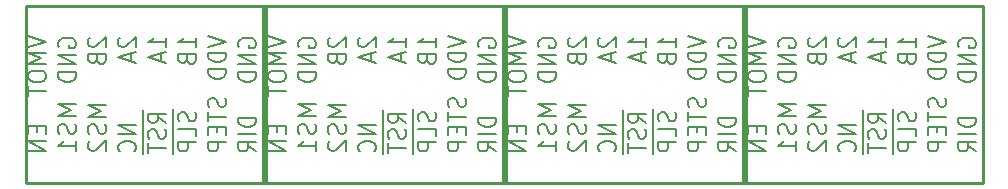
<source format=gbo>
G75*
G70*
%OFA0B0*%
%FSLAX25Y25*%
%IPPOS*%
%LPD*%
%AMOC8*
5,1,8,0,0,1.08239X$1,22.5*
%
%ADD14C,0.00600*%
%ADD20C,0.01000*%
%ADD26C,0.00590*%
X0010000Y0010000D02*
G01*
D14*
D26*
X0081760Y0055800D02*
X0081480Y0056330D01*
X0081480Y0057110D01*
X0081760Y0057900D01*
X0082320Y0058430D01*
X0082880Y0058690D01*
X0084010Y0058950D01*
X0084850Y0058950D01*
X0085980Y0058690D01*
X0086540Y0058430D01*
X0087110Y0057900D01*
X0087390Y0057110D01*
X0087390Y0056590D01*
X0087110Y0055800D01*
X0086820Y0055540D01*
X0084850Y0055540D01*
X0084850Y0056590D01*
X0087390Y0053180D02*
X0081480Y0053180D01*
X0087390Y0050030D01*
X0081480Y0050030D01*
X0087390Y0047410D02*
X0081480Y0047410D01*
X0081480Y0046100D01*
X0081760Y0045310D01*
X0082320Y0044780D01*
X0082880Y0044520D01*
X0084010Y0044260D01*
X0084850Y0044260D01*
X0085980Y0044520D01*
X0086540Y0044780D01*
X0087110Y0045310D01*
X0087390Y0046100D01*
X0087390Y0047410D01*
X0071480Y0059480D02*
X0077390Y0057640D01*
X0071480Y0055800D01*
X0077390Y0053970D02*
X0071480Y0053970D01*
X0071480Y0052660D01*
X0071760Y0051870D01*
X0072320Y0051340D01*
X0072880Y0051080D01*
X0074010Y0050820D01*
X0074850Y0050820D01*
X0075980Y0051080D01*
X0076540Y0051340D01*
X0077110Y0051870D01*
X0077390Y0052660D01*
X0077390Y0053970D01*
X0077390Y0048460D02*
X0071480Y0048460D01*
X0071480Y0047150D01*
X0071760Y0046360D01*
X0072320Y0045830D01*
X0072880Y0045570D01*
X0074010Y0045310D01*
X0074850Y0045310D01*
X0075980Y0045570D01*
X0076540Y0045830D01*
X0077110Y0046360D01*
X0077390Y0047150D01*
X0077390Y0048460D01*
X0011480Y0059480D02*
X0017390Y0057640D01*
X0011480Y0055800D01*
X0017390Y0053970D02*
X0011480Y0053970D01*
X0015700Y0052130D01*
X0011480Y0050290D01*
X0017390Y0050290D01*
X0011480Y0046620D02*
X0011480Y0045570D01*
X0011760Y0045040D01*
X0012320Y0044520D01*
X0013450Y0044260D01*
X0015420Y0044260D01*
X0016540Y0044520D01*
X0017110Y0045040D01*
X0017390Y0045570D01*
X0017390Y0046620D01*
X0017110Y0047140D01*
X0016540Y0047670D01*
X0015420Y0047930D01*
X0013450Y0047930D01*
X0012320Y0047670D01*
X0011760Y0047140D01*
X0011480Y0046620D01*
X0011480Y0042690D02*
X0011480Y0039540D01*
X0017390Y0041110D02*
X0011480Y0041110D01*
X0021760Y0055800D02*
X0021480Y0056330D01*
X0021480Y0057110D01*
X0021760Y0057900D01*
X0022320Y0058430D01*
X0022880Y0058690D01*
X0024010Y0058950D01*
X0024850Y0058950D01*
X0025980Y0058690D01*
X0026540Y0058430D01*
X0027110Y0057900D01*
X0027390Y0057110D01*
X0027390Y0056590D01*
X0027110Y0055800D01*
X0026820Y0055540D01*
X0024850Y0055540D01*
X0024850Y0056590D01*
X0027390Y0053180D02*
X0021480Y0053180D01*
X0027390Y0050030D01*
X0021480Y0050030D01*
X0027390Y0047410D02*
X0021480Y0047410D01*
X0021480Y0046100D01*
X0021760Y0045310D01*
X0022320Y0044780D01*
X0022880Y0044520D01*
X0024010Y0044260D01*
X0024850Y0044260D01*
X0025980Y0044520D01*
X0026540Y0044780D01*
X0027110Y0045310D01*
X0027390Y0046100D01*
X0027390Y0047410D01*
X0032040Y0058950D02*
X0031760Y0058690D01*
X0031480Y0058160D01*
X0031480Y0056850D01*
X0031760Y0056330D01*
X0032040Y0056060D01*
X0032600Y0055800D01*
X0033170Y0055800D01*
X0034010Y0056060D01*
X0037390Y0059210D01*
X0037390Y0055800D01*
X0034290Y0051600D02*
X0034570Y0050810D01*
X0034850Y0050550D01*
X0035420Y0050290D01*
X0036260Y0050290D01*
X0036820Y0050550D01*
X0037110Y0050810D01*
X0037390Y0051340D01*
X0037390Y0053440D01*
X0031480Y0053440D01*
X0031480Y0051600D01*
X0031760Y0051080D01*
X0032040Y0050810D01*
X0032600Y0050550D01*
X0033170Y0050550D01*
X0033730Y0050810D01*
X0034010Y0051080D01*
X0034290Y0051600D01*
X0034290Y0053440D01*
X0067390Y0055800D02*
X0067390Y0058950D01*
X0067390Y0057380D02*
X0061480Y0057380D01*
X0062320Y0057900D01*
X0062880Y0058430D01*
X0063170Y0058950D01*
X0064290Y0051600D02*
X0064570Y0050810D01*
X0064850Y0050550D01*
X0065420Y0050290D01*
X0066260Y0050290D01*
X0066820Y0050550D01*
X0067110Y0050810D01*
X0067390Y0051340D01*
X0067390Y0053440D01*
X0061480Y0053440D01*
X0061480Y0051600D01*
X0061760Y0051080D01*
X0062040Y0050810D01*
X0062600Y0050550D01*
X0063170Y0050550D01*
X0063730Y0050810D01*
X0064010Y0051080D01*
X0064290Y0051600D01*
X0064290Y0053440D01*
X0057390Y0055800D02*
X0057390Y0058950D01*
X0057390Y0057380D02*
X0051480Y0057380D01*
X0052320Y0057900D01*
X0052880Y0058430D01*
X0053170Y0058950D01*
X0055700Y0053700D02*
X0055700Y0051080D01*
X0057390Y0054230D02*
X0051480Y0052390D01*
X0057390Y0050550D01*
X0042040Y0058950D02*
X0041760Y0058690D01*
X0041480Y0058160D01*
X0041480Y0056850D01*
X0041760Y0056330D01*
X0042040Y0056060D01*
X0042600Y0055800D01*
X0043170Y0055800D01*
X0044010Y0056060D01*
X0047390Y0059210D01*
X0047390Y0055800D01*
X0045700Y0053700D02*
X0045700Y0051080D01*
X0047390Y0054230D02*
X0041480Y0052390D01*
X0047390Y0050550D01*
X0087390Y0032330D02*
X0081480Y0032330D01*
X0081480Y0031020D01*
X0081760Y0030230D01*
X0082320Y0029700D01*
X0082880Y0029440D01*
X0084010Y0029180D01*
X0084850Y0029180D01*
X0085980Y0029440D01*
X0086540Y0029700D01*
X0087110Y0030230D01*
X0087390Y0031020D01*
X0087390Y0032330D01*
X0087390Y0026820D02*
X0081480Y0026820D01*
X0087390Y0021050D02*
X0084570Y0022890D01*
X0087390Y0024200D02*
X0081480Y0024200D01*
X0081480Y0022100D01*
X0081760Y0021570D01*
X0082040Y0021310D01*
X0082600Y0021050D01*
X0083450Y0021050D01*
X0084010Y0021310D01*
X0084290Y0021570D01*
X0084570Y0022100D01*
X0084570Y0024200D01*
X0077110Y0038900D02*
X0077390Y0038110D01*
X0077390Y0036800D01*
X0077110Y0036280D01*
X0076820Y0036010D01*
X0076260Y0035750D01*
X0075700Y0035750D01*
X0075140Y0036010D01*
X0074850Y0036280D01*
X0074570Y0036800D01*
X0074290Y0037850D01*
X0074010Y0038380D01*
X0073730Y0038640D01*
X0073170Y0038900D01*
X0072600Y0038900D01*
X0072040Y0038640D01*
X0071760Y0038380D01*
X0071480Y0037850D01*
X0071480Y0036540D01*
X0071760Y0035750D01*
X0071480Y0034180D02*
X0071480Y0031030D01*
X0077390Y0032600D02*
X0071480Y0032600D01*
X0074290Y0029190D02*
X0074290Y0027350D01*
X0077390Y0026560D02*
X0077390Y0029190D01*
X0071480Y0029190D01*
X0071480Y0026560D01*
X0077390Y0024200D02*
X0071480Y0024200D01*
X0071480Y0022100D01*
X0071760Y0021570D01*
X0072040Y0021310D01*
X0072600Y0021050D01*
X0073450Y0021050D01*
X0074010Y0021310D01*
X0074290Y0021570D01*
X0074570Y0022100D01*
X0074570Y0024200D01*
X0067110Y0034170D02*
X0067390Y0033380D01*
X0067390Y0032070D01*
X0067110Y0031550D01*
X0066820Y0031280D01*
X0066260Y0031020D01*
X0065700Y0031020D01*
X0065140Y0031280D01*
X0064850Y0031550D01*
X0064570Y0032070D01*
X0064290Y0033120D01*
X0064010Y0033650D01*
X0063730Y0033910D01*
X0063170Y0034170D01*
X0062600Y0034170D01*
X0062040Y0033910D01*
X0061760Y0033650D01*
X0061480Y0033120D01*
X0061480Y0031810D01*
X0061760Y0031020D01*
X0067390Y0026030D02*
X0067390Y0028660D01*
X0061480Y0028660D01*
X0067390Y0024200D02*
X0061480Y0024200D01*
X0061480Y0022100D01*
X0061760Y0021570D01*
X0062040Y0021310D01*
X0062600Y0021050D01*
X0063450Y0021050D01*
X0064010Y0021310D01*
X0064290Y0021570D01*
X0064570Y0022100D01*
X0064570Y0024200D01*
X0059750Y0035220D02*
X0059750Y0020000D01*
X0057390Y0030500D02*
X0054570Y0032340D01*
X0057390Y0033650D02*
X0051480Y0033650D01*
X0051480Y0031550D01*
X0051760Y0031020D01*
X0052040Y0030760D01*
X0052600Y0030500D01*
X0053450Y0030500D01*
X0054010Y0030760D01*
X0054290Y0031020D01*
X0054570Y0031550D01*
X0054570Y0033650D01*
X0057110Y0028400D02*
X0057390Y0027610D01*
X0057390Y0026300D01*
X0057110Y0025780D01*
X0056820Y0025510D01*
X0056260Y0025250D01*
X0055700Y0025250D01*
X0055140Y0025510D01*
X0054850Y0025780D01*
X0054570Y0026300D01*
X0054290Y0027350D01*
X0054010Y0027880D01*
X0053730Y0028140D01*
X0053170Y0028400D01*
X0052600Y0028400D01*
X0052040Y0028140D01*
X0051760Y0027880D01*
X0051480Y0027350D01*
X0051480Y0026040D01*
X0051760Y0025250D01*
X0051480Y0023680D02*
X0051480Y0020530D01*
X0057390Y0022100D02*
X0051480Y0022100D01*
X0049750Y0034960D02*
X0049750Y0020000D01*
X0014290Y0029450D02*
X0014290Y0027610D01*
X0017390Y0026820D02*
X0017390Y0029450D01*
X0011480Y0029450D01*
X0011480Y0026820D01*
X0017390Y0024460D02*
X0011480Y0024460D01*
X0017390Y0021310D01*
X0011480Y0021310D01*
X0037390Y0036600D02*
X0031480Y0036600D01*
X0035700Y0034630D01*
X0031480Y0032660D01*
X0037390Y0032660D01*
X0037110Y0030130D02*
X0037390Y0029290D01*
X0037390Y0027880D01*
X0037110Y0027320D01*
X0036820Y0027040D01*
X0036260Y0026760D01*
X0035700Y0026760D01*
X0035140Y0027040D01*
X0034850Y0027320D01*
X0034570Y0027880D01*
X0034290Y0029010D01*
X0034010Y0029570D01*
X0033730Y0029850D01*
X0033170Y0030130D01*
X0032600Y0030130D01*
X0032040Y0029850D01*
X0031760Y0029570D01*
X0031480Y0029010D01*
X0031480Y0027600D01*
X0031760Y0026760D01*
X0032040Y0024500D02*
X0031760Y0024220D01*
X0031480Y0023660D01*
X0031480Y0022250D01*
X0031760Y0021690D01*
X0032040Y0021410D01*
X0032600Y0021130D01*
X0033170Y0021130D01*
X0034010Y0021410D01*
X0037390Y0024790D01*
X0037390Y0021130D01*
X0027390Y0036850D02*
X0021480Y0036850D01*
X0025700Y0034850D01*
X0021480Y0032850D01*
X0027390Y0032850D01*
X0027110Y0030280D02*
X0027390Y0029420D01*
X0027390Y0027990D01*
X0027110Y0027420D01*
X0026820Y0027130D01*
X0026260Y0026850D01*
X0025700Y0026850D01*
X0025140Y0027130D01*
X0024850Y0027420D01*
X0024570Y0027990D01*
X0024290Y0029130D01*
X0024010Y0029710D01*
X0023730Y0029990D01*
X0023170Y0030280D01*
X0022600Y0030280D01*
X0022040Y0029990D01*
X0021760Y0029710D01*
X0021480Y0029130D01*
X0021480Y0027710D01*
X0021760Y0026850D01*
X0027390Y0021140D02*
X0027390Y0024570D01*
X0027390Y0022850D02*
X0021480Y0022850D01*
X0022320Y0023420D01*
X0022880Y0024000D01*
X0023170Y0024570D01*
X0047390Y0029970D02*
X0041480Y0029970D01*
X0047390Y0026820D01*
X0041480Y0026820D01*
X0046820Y0021050D02*
X0047110Y0021310D01*
X0047390Y0022100D01*
X0047390Y0022620D01*
X0047110Y0023410D01*
X0046540Y0023940D01*
X0045980Y0024200D01*
X0044850Y0024460D01*
X0044010Y0024460D01*
X0042880Y0024200D01*
X0042320Y0023940D01*
X0041760Y0023410D01*
X0041480Y0022620D01*
X0041480Y0022100D01*
X0041760Y0021310D01*
X0042040Y0021050D01*
D20*
X0010500Y0010500D02*
X0010500Y0069500D01*
X0010500Y0069500D02*
X0090500Y0069500D01*
X0090500Y0069500D02*
X0090500Y0010500D01*
X0010500Y0010500D01*
X0090000Y0010000D02*
G01*
D14*
D26*
X0161760Y0055800D02*
X0161480Y0056330D01*
X0161480Y0057110D01*
X0161760Y0057900D01*
X0162320Y0058430D01*
X0162880Y0058690D01*
X0164010Y0058950D01*
X0164850Y0058950D01*
X0165980Y0058690D01*
X0166540Y0058430D01*
X0167110Y0057900D01*
X0167390Y0057110D01*
X0167390Y0056590D01*
X0167110Y0055800D01*
X0166820Y0055540D01*
X0164850Y0055540D01*
X0164850Y0056590D01*
X0167390Y0053180D02*
X0161480Y0053180D01*
X0167390Y0050030D01*
X0161480Y0050030D01*
X0167390Y0047410D02*
X0161480Y0047410D01*
X0161480Y0046100D01*
X0161760Y0045310D01*
X0162320Y0044780D01*
X0162880Y0044520D01*
X0164010Y0044260D01*
X0164850Y0044260D01*
X0165980Y0044520D01*
X0166540Y0044780D01*
X0167110Y0045310D01*
X0167390Y0046100D01*
X0167390Y0047410D01*
X0151480Y0059480D02*
X0157390Y0057640D01*
X0151480Y0055800D01*
X0157390Y0053970D02*
X0151480Y0053970D01*
X0151480Y0052660D01*
X0151760Y0051870D01*
X0152320Y0051340D01*
X0152880Y0051080D01*
X0154010Y0050820D01*
X0154850Y0050820D01*
X0155980Y0051080D01*
X0156540Y0051340D01*
X0157110Y0051870D01*
X0157390Y0052660D01*
X0157390Y0053970D01*
X0157390Y0048460D02*
X0151480Y0048460D01*
X0151480Y0047150D01*
X0151760Y0046360D01*
X0152320Y0045830D01*
X0152880Y0045570D01*
X0154010Y0045310D01*
X0154850Y0045310D01*
X0155980Y0045570D01*
X0156540Y0045830D01*
X0157110Y0046360D01*
X0157390Y0047150D01*
X0157390Y0048460D01*
X0091480Y0059480D02*
X0097390Y0057640D01*
X0091480Y0055800D01*
X0097390Y0053970D02*
X0091480Y0053970D01*
X0095700Y0052130D01*
X0091480Y0050290D01*
X0097390Y0050290D01*
X0091480Y0046620D02*
X0091480Y0045570D01*
X0091760Y0045040D01*
X0092320Y0044520D01*
X0093450Y0044260D01*
X0095420Y0044260D01*
X0096540Y0044520D01*
X0097110Y0045040D01*
X0097390Y0045570D01*
X0097390Y0046620D01*
X0097110Y0047140D01*
X0096540Y0047670D01*
X0095420Y0047930D01*
X0093450Y0047930D01*
X0092320Y0047670D01*
X0091760Y0047140D01*
X0091480Y0046620D01*
X0091480Y0042690D02*
X0091480Y0039540D01*
X0097390Y0041110D02*
X0091480Y0041110D01*
X0101760Y0055800D02*
X0101480Y0056330D01*
X0101480Y0057110D01*
X0101760Y0057900D01*
X0102320Y0058430D01*
X0102880Y0058690D01*
X0104010Y0058950D01*
X0104850Y0058950D01*
X0105980Y0058690D01*
X0106540Y0058430D01*
X0107110Y0057900D01*
X0107390Y0057110D01*
X0107390Y0056590D01*
X0107110Y0055800D01*
X0106820Y0055540D01*
X0104850Y0055540D01*
X0104850Y0056590D01*
X0107390Y0053180D02*
X0101480Y0053180D01*
X0107390Y0050030D01*
X0101480Y0050030D01*
X0107390Y0047410D02*
X0101480Y0047410D01*
X0101480Y0046100D01*
X0101760Y0045310D01*
X0102320Y0044780D01*
X0102880Y0044520D01*
X0104010Y0044260D01*
X0104850Y0044260D01*
X0105980Y0044520D01*
X0106540Y0044780D01*
X0107110Y0045310D01*
X0107390Y0046100D01*
X0107390Y0047410D01*
X0112040Y0058950D02*
X0111760Y0058690D01*
X0111480Y0058160D01*
X0111480Y0056850D01*
X0111760Y0056330D01*
X0112040Y0056060D01*
X0112600Y0055800D01*
X0113170Y0055800D01*
X0114010Y0056060D01*
X0117390Y0059210D01*
X0117390Y0055800D01*
X0114290Y0051600D02*
X0114570Y0050810D01*
X0114850Y0050550D01*
X0115420Y0050290D01*
X0116260Y0050290D01*
X0116820Y0050550D01*
X0117110Y0050810D01*
X0117390Y0051340D01*
X0117390Y0053440D01*
X0111480Y0053440D01*
X0111480Y0051600D01*
X0111760Y0051080D01*
X0112040Y0050810D01*
X0112600Y0050550D01*
X0113170Y0050550D01*
X0113730Y0050810D01*
X0114010Y0051080D01*
X0114290Y0051600D01*
X0114290Y0053440D01*
X0147390Y0055800D02*
X0147390Y0058950D01*
X0147390Y0057380D02*
X0141480Y0057380D01*
X0142320Y0057900D01*
X0142880Y0058430D01*
X0143170Y0058950D01*
X0144290Y0051600D02*
X0144570Y0050810D01*
X0144850Y0050550D01*
X0145420Y0050290D01*
X0146260Y0050290D01*
X0146820Y0050550D01*
X0147110Y0050810D01*
X0147390Y0051340D01*
X0147390Y0053440D01*
X0141480Y0053440D01*
X0141480Y0051600D01*
X0141760Y0051080D01*
X0142040Y0050810D01*
X0142600Y0050550D01*
X0143170Y0050550D01*
X0143730Y0050810D01*
X0144010Y0051080D01*
X0144290Y0051600D01*
X0144290Y0053440D01*
X0137390Y0055800D02*
X0137390Y0058950D01*
X0137390Y0057380D02*
X0131480Y0057380D01*
X0132320Y0057900D01*
X0132880Y0058430D01*
X0133170Y0058950D01*
X0135700Y0053700D02*
X0135700Y0051080D01*
X0137390Y0054230D02*
X0131480Y0052390D01*
X0137390Y0050550D01*
X0122040Y0058950D02*
X0121760Y0058690D01*
X0121480Y0058160D01*
X0121480Y0056850D01*
X0121760Y0056330D01*
X0122040Y0056060D01*
X0122600Y0055800D01*
X0123170Y0055800D01*
X0124010Y0056060D01*
X0127390Y0059210D01*
X0127390Y0055800D01*
X0125700Y0053700D02*
X0125700Y0051080D01*
X0127390Y0054230D02*
X0121480Y0052390D01*
X0127390Y0050550D01*
X0167390Y0032330D02*
X0161480Y0032330D01*
X0161480Y0031020D01*
X0161760Y0030230D01*
X0162320Y0029700D01*
X0162880Y0029440D01*
X0164010Y0029180D01*
X0164850Y0029180D01*
X0165980Y0029440D01*
X0166540Y0029700D01*
X0167110Y0030230D01*
X0167390Y0031020D01*
X0167390Y0032330D01*
X0167390Y0026820D02*
X0161480Y0026820D01*
X0167390Y0021050D02*
X0164570Y0022890D01*
X0167390Y0024200D02*
X0161480Y0024200D01*
X0161480Y0022100D01*
X0161760Y0021570D01*
X0162040Y0021310D01*
X0162600Y0021050D01*
X0163450Y0021050D01*
X0164010Y0021310D01*
X0164290Y0021570D01*
X0164570Y0022100D01*
X0164570Y0024200D01*
X0157110Y0038900D02*
X0157390Y0038110D01*
X0157390Y0036800D01*
X0157110Y0036280D01*
X0156820Y0036010D01*
X0156260Y0035750D01*
X0155700Y0035750D01*
X0155140Y0036010D01*
X0154850Y0036280D01*
X0154570Y0036800D01*
X0154290Y0037850D01*
X0154010Y0038380D01*
X0153730Y0038640D01*
X0153170Y0038900D01*
X0152600Y0038900D01*
X0152040Y0038640D01*
X0151760Y0038380D01*
X0151480Y0037850D01*
X0151480Y0036540D01*
X0151760Y0035750D01*
X0151480Y0034180D02*
X0151480Y0031030D01*
X0157390Y0032600D02*
X0151480Y0032600D01*
X0154290Y0029190D02*
X0154290Y0027350D01*
X0157390Y0026560D02*
X0157390Y0029190D01*
X0151480Y0029190D01*
X0151480Y0026560D01*
X0157390Y0024200D02*
X0151480Y0024200D01*
X0151480Y0022100D01*
X0151760Y0021570D01*
X0152040Y0021310D01*
X0152600Y0021050D01*
X0153450Y0021050D01*
X0154010Y0021310D01*
X0154290Y0021570D01*
X0154570Y0022100D01*
X0154570Y0024200D01*
X0147110Y0034170D02*
X0147390Y0033380D01*
X0147390Y0032070D01*
X0147110Y0031550D01*
X0146820Y0031280D01*
X0146260Y0031020D01*
X0145700Y0031020D01*
X0145140Y0031280D01*
X0144850Y0031550D01*
X0144570Y0032070D01*
X0144290Y0033120D01*
X0144010Y0033650D01*
X0143730Y0033910D01*
X0143170Y0034170D01*
X0142600Y0034170D01*
X0142040Y0033910D01*
X0141760Y0033650D01*
X0141480Y0033120D01*
X0141480Y0031810D01*
X0141760Y0031020D01*
X0147390Y0026030D02*
X0147390Y0028660D01*
X0141480Y0028660D01*
X0147390Y0024200D02*
X0141480Y0024200D01*
X0141480Y0022100D01*
X0141760Y0021570D01*
X0142040Y0021310D01*
X0142600Y0021050D01*
X0143450Y0021050D01*
X0144010Y0021310D01*
X0144290Y0021570D01*
X0144570Y0022100D01*
X0144570Y0024200D01*
X0139750Y0035220D02*
X0139750Y0020000D01*
X0137390Y0030500D02*
X0134570Y0032340D01*
X0137390Y0033650D02*
X0131480Y0033650D01*
X0131480Y0031550D01*
X0131760Y0031020D01*
X0132040Y0030760D01*
X0132600Y0030500D01*
X0133450Y0030500D01*
X0134010Y0030760D01*
X0134290Y0031020D01*
X0134570Y0031550D01*
X0134570Y0033650D01*
X0137110Y0028400D02*
X0137390Y0027610D01*
X0137390Y0026300D01*
X0137110Y0025780D01*
X0136820Y0025510D01*
X0136260Y0025250D01*
X0135700Y0025250D01*
X0135140Y0025510D01*
X0134850Y0025780D01*
X0134570Y0026300D01*
X0134290Y0027350D01*
X0134010Y0027880D01*
X0133730Y0028140D01*
X0133170Y0028400D01*
X0132600Y0028400D01*
X0132040Y0028140D01*
X0131760Y0027880D01*
X0131480Y0027350D01*
X0131480Y0026040D01*
X0131760Y0025250D01*
X0131480Y0023680D02*
X0131480Y0020530D01*
X0137390Y0022100D02*
X0131480Y0022100D01*
X0129750Y0034960D02*
X0129750Y0020000D01*
X0094290Y0029450D02*
X0094290Y0027610D01*
X0097390Y0026820D02*
X0097390Y0029450D01*
X0091480Y0029450D01*
X0091480Y0026820D01*
X0097390Y0024460D02*
X0091480Y0024460D01*
X0097390Y0021310D01*
X0091480Y0021310D01*
X0117390Y0036600D02*
X0111480Y0036600D01*
X0115700Y0034630D01*
X0111480Y0032660D01*
X0117390Y0032660D01*
X0117110Y0030130D02*
X0117390Y0029290D01*
X0117390Y0027880D01*
X0117110Y0027320D01*
X0116820Y0027040D01*
X0116260Y0026760D01*
X0115700Y0026760D01*
X0115140Y0027040D01*
X0114850Y0027320D01*
X0114570Y0027880D01*
X0114290Y0029010D01*
X0114010Y0029570D01*
X0113730Y0029850D01*
X0113170Y0030130D01*
X0112600Y0030130D01*
X0112040Y0029850D01*
X0111760Y0029570D01*
X0111480Y0029010D01*
X0111480Y0027600D01*
X0111760Y0026760D01*
X0112040Y0024500D02*
X0111760Y0024220D01*
X0111480Y0023660D01*
X0111480Y0022250D01*
X0111760Y0021690D01*
X0112040Y0021410D01*
X0112600Y0021130D01*
X0113170Y0021130D01*
X0114010Y0021410D01*
X0117390Y0024790D01*
X0117390Y0021130D01*
X0107390Y0036850D02*
X0101480Y0036850D01*
X0105700Y0034850D01*
X0101480Y0032850D01*
X0107390Y0032850D01*
X0107110Y0030280D02*
X0107390Y0029420D01*
X0107390Y0027990D01*
X0107110Y0027420D01*
X0106820Y0027130D01*
X0106260Y0026850D01*
X0105700Y0026850D01*
X0105140Y0027130D01*
X0104850Y0027420D01*
X0104570Y0027990D01*
X0104290Y0029130D01*
X0104010Y0029710D01*
X0103730Y0029990D01*
X0103170Y0030280D01*
X0102600Y0030280D01*
X0102040Y0029990D01*
X0101760Y0029710D01*
X0101480Y0029130D01*
X0101480Y0027710D01*
X0101760Y0026850D01*
X0107390Y0021140D02*
X0107390Y0024570D01*
X0107390Y0022850D02*
X0101480Y0022850D01*
X0102320Y0023420D01*
X0102880Y0024000D01*
X0103170Y0024570D01*
X0127390Y0029970D02*
X0121480Y0029970D01*
X0127390Y0026820D01*
X0121480Y0026820D01*
X0126820Y0021050D02*
X0127110Y0021310D01*
X0127390Y0022100D01*
X0127390Y0022620D01*
X0127110Y0023410D01*
X0126540Y0023940D01*
X0125980Y0024200D01*
X0124850Y0024460D01*
X0124010Y0024460D01*
X0122880Y0024200D01*
X0122320Y0023940D01*
X0121760Y0023410D01*
X0121480Y0022620D01*
X0121480Y0022100D01*
X0121760Y0021310D01*
X0122040Y0021050D01*
D20*
X0089500Y0010500D02*
X0089500Y0069500D01*
X0170500Y0069500D01*
X0170500Y0069500D02*
X0170500Y0010500D01*
X0089500Y0010500D01*
X0170000Y0010000D02*
G01*
D14*
D26*
X0241760Y0055800D02*
X0241480Y0056330D01*
X0241480Y0057110D01*
X0241760Y0057900D01*
X0242320Y0058430D01*
X0242880Y0058690D01*
X0244010Y0058950D01*
X0244850Y0058950D01*
X0245980Y0058690D01*
X0246540Y0058430D01*
X0247110Y0057900D01*
X0247390Y0057110D01*
X0247390Y0056590D01*
X0247110Y0055800D01*
X0246820Y0055540D01*
X0244850Y0055540D01*
X0244850Y0056590D01*
X0247390Y0053180D02*
X0241480Y0053180D01*
X0247390Y0050030D01*
X0241480Y0050030D01*
X0247390Y0047410D02*
X0241480Y0047410D01*
X0241480Y0046100D01*
X0241760Y0045310D01*
X0242320Y0044780D01*
X0242880Y0044520D01*
X0244010Y0044260D01*
X0244850Y0044260D01*
X0245980Y0044520D01*
X0246540Y0044780D01*
X0247110Y0045310D01*
X0247390Y0046100D01*
X0247390Y0047410D01*
X0231480Y0059480D02*
X0237390Y0057640D01*
X0231480Y0055800D01*
X0237390Y0053970D02*
X0231480Y0053970D01*
X0231480Y0052660D01*
X0231760Y0051870D01*
X0232320Y0051340D01*
X0232880Y0051080D01*
X0234010Y0050820D01*
X0234850Y0050820D01*
X0235980Y0051080D01*
X0236540Y0051340D01*
X0237110Y0051870D01*
X0237390Y0052660D01*
X0237390Y0053970D01*
X0237390Y0048460D02*
X0231480Y0048460D01*
X0231480Y0047150D01*
X0231760Y0046360D01*
X0232320Y0045830D01*
X0232880Y0045570D01*
X0234010Y0045310D01*
X0234850Y0045310D01*
X0235980Y0045570D01*
X0236540Y0045830D01*
X0237110Y0046360D01*
X0237390Y0047150D01*
X0237390Y0048460D01*
X0171480Y0059480D02*
X0177390Y0057640D01*
X0171480Y0055800D01*
X0177390Y0053970D02*
X0171480Y0053970D01*
X0175700Y0052130D01*
X0171480Y0050290D01*
X0177390Y0050290D01*
X0171480Y0046620D02*
X0171480Y0045570D01*
X0171760Y0045040D01*
X0172320Y0044520D01*
X0173450Y0044260D01*
X0175420Y0044260D01*
X0176540Y0044520D01*
X0177110Y0045040D01*
X0177390Y0045570D01*
X0177390Y0046620D01*
X0177110Y0047140D01*
X0176540Y0047670D01*
X0175420Y0047930D01*
X0173450Y0047930D01*
X0172320Y0047670D01*
X0171760Y0047140D01*
X0171480Y0046620D01*
X0171480Y0042690D02*
X0171480Y0039540D01*
X0177390Y0041110D02*
X0171480Y0041110D01*
X0181760Y0055800D02*
X0181480Y0056330D01*
X0181480Y0057110D01*
X0181760Y0057900D01*
X0182320Y0058430D01*
X0182880Y0058690D01*
X0184010Y0058950D01*
X0184850Y0058950D01*
X0185980Y0058690D01*
X0186540Y0058430D01*
X0187110Y0057900D01*
X0187390Y0057110D01*
X0187390Y0056590D01*
X0187110Y0055800D01*
X0186820Y0055540D01*
X0184850Y0055540D01*
X0184850Y0056590D01*
X0187390Y0053180D02*
X0181480Y0053180D01*
X0187390Y0050030D01*
X0181480Y0050030D01*
X0187390Y0047410D02*
X0181480Y0047410D01*
X0181480Y0046100D01*
X0181760Y0045310D01*
X0182320Y0044780D01*
X0182880Y0044520D01*
X0184010Y0044260D01*
X0184850Y0044260D01*
X0185980Y0044520D01*
X0186540Y0044780D01*
X0187110Y0045310D01*
X0187390Y0046100D01*
X0187390Y0047410D01*
X0192040Y0058950D02*
X0191760Y0058690D01*
X0191480Y0058160D01*
X0191480Y0056850D01*
X0191760Y0056330D01*
X0192040Y0056060D01*
X0192600Y0055800D01*
X0193170Y0055800D01*
X0194010Y0056060D01*
X0197390Y0059210D01*
X0197390Y0055800D01*
X0194290Y0051600D02*
X0194570Y0050810D01*
X0194850Y0050550D01*
X0195420Y0050290D01*
X0196260Y0050290D01*
X0196820Y0050550D01*
X0197110Y0050810D01*
X0197390Y0051340D01*
X0197390Y0053440D01*
X0191480Y0053440D01*
X0191480Y0051600D01*
X0191760Y0051080D01*
X0192040Y0050810D01*
X0192600Y0050550D01*
X0193170Y0050550D01*
X0193730Y0050810D01*
X0194010Y0051080D01*
X0194290Y0051600D01*
X0194290Y0053440D01*
X0227390Y0055800D02*
X0227390Y0058950D01*
X0227390Y0057380D02*
X0221480Y0057380D01*
X0222320Y0057900D01*
X0222880Y0058430D01*
X0223170Y0058950D01*
X0224290Y0051600D02*
X0224570Y0050810D01*
X0224850Y0050550D01*
X0225420Y0050290D01*
X0226260Y0050290D01*
X0226820Y0050550D01*
X0227110Y0050810D01*
X0227390Y0051340D01*
X0227390Y0053440D01*
X0221480Y0053440D01*
X0221480Y0051600D01*
X0221760Y0051080D01*
X0222040Y0050810D01*
X0222600Y0050550D01*
X0223170Y0050550D01*
X0223730Y0050810D01*
X0224010Y0051080D01*
X0224290Y0051600D01*
X0224290Y0053440D01*
X0217390Y0055800D02*
X0217390Y0058950D01*
X0217390Y0057380D02*
X0211480Y0057380D01*
X0212320Y0057900D01*
X0212880Y0058430D01*
X0213170Y0058950D01*
X0215700Y0053700D02*
X0215700Y0051080D01*
X0217390Y0054230D02*
X0211480Y0052390D01*
X0217390Y0050550D01*
X0202040Y0058950D02*
X0201760Y0058690D01*
X0201480Y0058160D01*
X0201480Y0056850D01*
X0201760Y0056330D01*
X0202040Y0056060D01*
X0202600Y0055800D01*
X0203170Y0055800D01*
X0204010Y0056060D01*
X0207390Y0059210D01*
X0207390Y0055800D01*
X0205700Y0053700D02*
X0205700Y0051080D01*
X0207390Y0054230D02*
X0201480Y0052390D01*
X0207390Y0050550D01*
X0247390Y0032330D02*
X0241480Y0032330D01*
X0241480Y0031020D01*
X0241760Y0030230D01*
X0242320Y0029700D01*
X0242880Y0029440D01*
X0244010Y0029180D01*
X0244850Y0029180D01*
X0245980Y0029440D01*
X0246540Y0029700D01*
X0247110Y0030230D01*
X0247390Y0031020D01*
X0247390Y0032330D01*
X0247390Y0026820D02*
X0241480Y0026820D01*
X0247390Y0021050D02*
X0244570Y0022890D01*
X0247390Y0024200D02*
X0241480Y0024200D01*
X0241480Y0022100D01*
X0241760Y0021570D01*
X0242040Y0021310D01*
X0242600Y0021050D01*
X0243450Y0021050D01*
X0244010Y0021310D01*
X0244290Y0021570D01*
X0244570Y0022100D01*
X0244570Y0024200D01*
X0237110Y0038900D02*
X0237390Y0038110D01*
X0237390Y0036800D01*
X0237110Y0036280D01*
X0236820Y0036010D01*
X0236260Y0035750D01*
X0235700Y0035750D01*
X0235140Y0036010D01*
X0234850Y0036280D01*
X0234570Y0036800D01*
X0234290Y0037850D01*
X0234010Y0038380D01*
X0233730Y0038640D01*
X0233170Y0038900D01*
X0232600Y0038900D01*
X0232040Y0038640D01*
X0231760Y0038380D01*
X0231480Y0037850D01*
X0231480Y0036540D01*
X0231760Y0035750D01*
X0231480Y0034180D02*
X0231480Y0031030D01*
X0237390Y0032600D02*
X0231480Y0032600D01*
X0234290Y0029190D02*
X0234290Y0027350D01*
X0237390Y0026560D02*
X0237390Y0029190D01*
X0231480Y0029190D01*
X0231480Y0026560D01*
X0237390Y0024200D02*
X0231480Y0024200D01*
X0231480Y0022100D01*
X0231760Y0021570D01*
X0232040Y0021310D01*
X0232600Y0021050D01*
X0233450Y0021050D01*
X0234010Y0021310D01*
X0234290Y0021570D01*
X0234570Y0022100D01*
X0234570Y0024200D01*
X0227110Y0034170D02*
X0227390Y0033380D01*
X0227390Y0032070D01*
X0227110Y0031550D01*
X0226820Y0031280D01*
X0226260Y0031020D01*
X0225700Y0031020D01*
X0225140Y0031280D01*
X0224850Y0031550D01*
X0224570Y0032070D01*
X0224290Y0033120D01*
X0224010Y0033650D01*
X0223730Y0033910D01*
X0223170Y0034170D01*
X0222600Y0034170D01*
X0222040Y0033910D01*
X0221760Y0033650D01*
X0221480Y0033120D01*
X0221480Y0031810D01*
X0221760Y0031020D01*
X0227390Y0026030D02*
X0227390Y0028660D01*
X0221480Y0028660D01*
X0227390Y0024200D02*
X0221480Y0024200D01*
X0221480Y0022100D01*
X0221760Y0021570D01*
X0222040Y0021310D01*
X0222600Y0021050D01*
X0223450Y0021050D01*
X0224010Y0021310D01*
X0224290Y0021570D01*
X0224570Y0022100D01*
X0224570Y0024200D01*
X0219750Y0035220D02*
X0219750Y0020000D01*
X0217390Y0030500D02*
X0214570Y0032340D01*
X0217390Y0033650D02*
X0211480Y0033650D01*
X0211480Y0031550D01*
X0211760Y0031020D01*
X0212040Y0030760D01*
X0212600Y0030500D01*
X0213450Y0030500D01*
X0214010Y0030760D01*
X0214290Y0031020D01*
X0214570Y0031550D01*
X0214570Y0033650D01*
X0217110Y0028400D02*
X0217390Y0027610D01*
X0217390Y0026300D01*
X0217110Y0025780D01*
X0216820Y0025510D01*
X0216260Y0025250D01*
X0215700Y0025250D01*
X0215140Y0025510D01*
X0214850Y0025780D01*
X0214570Y0026300D01*
X0214290Y0027350D01*
X0214010Y0027880D01*
X0213730Y0028140D01*
X0213170Y0028400D01*
X0212600Y0028400D01*
X0212040Y0028140D01*
X0211760Y0027880D01*
X0211480Y0027350D01*
X0211480Y0026040D01*
X0211760Y0025250D01*
X0211480Y0023680D02*
X0211480Y0020530D01*
X0217390Y0022100D02*
X0211480Y0022100D01*
X0209750Y0034960D02*
X0209750Y0020000D01*
X0174290Y0029450D02*
X0174290Y0027610D01*
X0177390Y0026820D02*
X0177390Y0029450D01*
X0171480Y0029450D01*
X0171480Y0026820D01*
X0177390Y0024460D02*
X0171480Y0024460D01*
X0177390Y0021310D01*
X0171480Y0021310D01*
X0197390Y0036600D02*
X0191480Y0036600D01*
X0195700Y0034630D01*
X0191480Y0032660D01*
X0197390Y0032660D01*
X0197110Y0030130D02*
X0197390Y0029290D01*
X0197390Y0027880D01*
X0197110Y0027320D01*
X0196820Y0027040D01*
X0196260Y0026760D01*
X0195700Y0026760D01*
X0195140Y0027040D01*
X0194850Y0027320D01*
X0194570Y0027880D01*
X0194290Y0029010D01*
X0194010Y0029570D01*
X0193730Y0029850D01*
X0193170Y0030130D01*
X0192600Y0030130D01*
X0192040Y0029850D01*
X0191760Y0029570D01*
X0191480Y0029010D01*
X0191480Y0027600D01*
X0191760Y0026760D01*
X0192040Y0024500D02*
X0191760Y0024220D01*
X0191480Y0023660D01*
X0191480Y0022250D01*
X0191760Y0021690D01*
X0192040Y0021410D01*
X0192600Y0021130D01*
X0193170Y0021130D01*
X0194010Y0021410D01*
X0197390Y0024790D01*
X0197390Y0021130D01*
X0187390Y0036850D02*
X0181480Y0036850D01*
X0185700Y0034850D01*
X0181480Y0032850D01*
X0187390Y0032850D01*
X0187110Y0030280D02*
X0187390Y0029420D01*
X0187390Y0027990D01*
X0187110Y0027420D01*
X0186820Y0027130D01*
X0186260Y0026850D01*
X0185700Y0026850D01*
X0185140Y0027130D01*
X0184850Y0027420D01*
X0184570Y0027990D01*
X0184290Y0029130D01*
X0184010Y0029710D01*
X0183730Y0029990D01*
X0183170Y0030280D01*
X0182600Y0030280D01*
X0182040Y0029990D01*
X0181760Y0029710D01*
X0181480Y0029130D01*
X0181480Y0027710D01*
X0181760Y0026850D01*
X0187390Y0021140D02*
X0187390Y0024570D01*
X0187390Y0022850D02*
X0181480Y0022850D01*
X0182320Y0023420D01*
X0182880Y0024000D01*
X0183170Y0024570D01*
X0207390Y0029970D02*
X0201480Y0029970D01*
X0207390Y0026820D01*
X0201480Y0026820D01*
X0206820Y0021050D02*
X0207110Y0021310D01*
X0207390Y0022100D01*
X0207390Y0022620D01*
X0207110Y0023410D01*
X0206540Y0023940D01*
X0205980Y0024200D01*
X0204850Y0024460D01*
X0204010Y0024460D01*
X0202880Y0024200D01*
X0202320Y0023940D01*
X0201760Y0023410D01*
X0201480Y0022620D01*
X0201480Y0022100D01*
X0201760Y0021310D01*
X0202040Y0021050D01*
D20*
X0169500Y0010500D02*
X0169500Y0069500D01*
X0250500Y0069500D01*
X0250500Y0069500D02*
X0250500Y0010500D01*
X0169500Y0010500D01*
X0250000Y0010000D02*
G01*
D14*
D26*
X0321760Y0055800D02*
X0321480Y0056330D01*
X0321480Y0057110D01*
X0321760Y0057900D01*
X0322320Y0058430D01*
X0322880Y0058690D01*
X0324010Y0058950D01*
X0324850Y0058950D01*
X0325980Y0058690D01*
X0326540Y0058430D01*
X0327110Y0057900D01*
X0327390Y0057110D01*
X0327390Y0056590D01*
X0327110Y0055800D01*
X0326820Y0055540D01*
X0324850Y0055540D01*
X0324850Y0056590D01*
X0327390Y0053180D02*
X0321480Y0053180D01*
X0327390Y0050030D01*
X0321480Y0050030D01*
X0327390Y0047410D02*
X0321480Y0047410D01*
X0321480Y0046100D01*
X0321760Y0045310D01*
X0322320Y0044780D01*
X0322880Y0044520D01*
X0324010Y0044260D01*
X0324850Y0044260D01*
X0325980Y0044520D01*
X0326540Y0044780D01*
X0327110Y0045310D01*
X0327390Y0046100D01*
X0327390Y0047410D01*
X0311480Y0059480D02*
X0317390Y0057640D01*
X0311480Y0055800D01*
X0317390Y0053970D02*
X0311480Y0053970D01*
X0311480Y0052660D01*
X0311760Y0051870D01*
X0312320Y0051340D01*
X0312880Y0051080D01*
X0314010Y0050820D01*
X0314850Y0050820D01*
X0315980Y0051080D01*
X0316540Y0051340D01*
X0317110Y0051870D01*
X0317390Y0052660D01*
X0317390Y0053970D01*
X0317390Y0048460D02*
X0311480Y0048460D01*
X0311480Y0047150D01*
X0311760Y0046360D01*
X0312320Y0045830D01*
X0312880Y0045570D01*
X0314010Y0045310D01*
X0314850Y0045310D01*
X0315980Y0045570D01*
X0316540Y0045830D01*
X0317110Y0046360D01*
X0317390Y0047150D01*
X0317390Y0048460D01*
X0251480Y0059480D02*
X0257390Y0057640D01*
X0251480Y0055800D01*
X0257390Y0053970D02*
X0251480Y0053970D01*
X0255700Y0052130D01*
X0251480Y0050290D01*
X0257390Y0050290D01*
X0251480Y0046620D02*
X0251480Y0045570D01*
X0251760Y0045040D01*
X0252320Y0044520D01*
X0253450Y0044260D01*
X0255420Y0044260D01*
X0256540Y0044520D01*
X0257110Y0045040D01*
X0257390Y0045570D01*
X0257390Y0046620D01*
X0257110Y0047140D01*
X0256540Y0047670D01*
X0255420Y0047930D01*
X0253450Y0047930D01*
X0252320Y0047670D01*
X0251760Y0047140D01*
X0251480Y0046620D01*
X0251480Y0042690D02*
X0251480Y0039540D01*
X0257390Y0041110D02*
X0251480Y0041110D01*
X0261760Y0055800D02*
X0261480Y0056330D01*
X0261480Y0057110D01*
X0261760Y0057900D01*
X0262320Y0058430D01*
X0262880Y0058690D01*
X0264010Y0058950D01*
X0264850Y0058950D01*
X0265980Y0058690D01*
X0266540Y0058430D01*
X0267110Y0057900D01*
X0267390Y0057110D01*
X0267390Y0056590D01*
X0267110Y0055800D01*
X0266820Y0055540D01*
X0264850Y0055540D01*
X0264850Y0056590D01*
X0267390Y0053180D02*
X0261480Y0053180D01*
X0267390Y0050030D01*
X0261480Y0050030D01*
X0267390Y0047410D02*
X0261480Y0047410D01*
X0261480Y0046100D01*
X0261760Y0045310D01*
X0262320Y0044780D01*
X0262880Y0044520D01*
X0264010Y0044260D01*
X0264850Y0044260D01*
X0265980Y0044520D01*
X0266540Y0044780D01*
X0267110Y0045310D01*
X0267390Y0046100D01*
X0267390Y0047410D01*
X0272040Y0058950D02*
X0271760Y0058690D01*
X0271480Y0058160D01*
X0271480Y0056850D01*
X0271760Y0056330D01*
X0272040Y0056060D01*
X0272600Y0055800D01*
X0273170Y0055800D01*
X0274010Y0056060D01*
X0277390Y0059210D01*
X0277390Y0055800D01*
X0274290Y0051600D02*
X0274570Y0050810D01*
X0274850Y0050550D01*
X0275420Y0050290D01*
X0276260Y0050290D01*
X0276820Y0050550D01*
X0277110Y0050810D01*
X0277390Y0051340D01*
X0277390Y0053440D01*
X0271480Y0053440D01*
X0271480Y0051600D01*
X0271760Y0051080D01*
X0272040Y0050810D01*
X0272600Y0050550D01*
X0273170Y0050550D01*
X0273730Y0050810D01*
X0274010Y0051080D01*
X0274290Y0051600D01*
X0274290Y0053440D01*
X0307390Y0055800D02*
X0307390Y0058950D01*
X0307390Y0057380D02*
X0301480Y0057380D01*
X0302320Y0057900D01*
X0302880Y0058430D01*
X0303170Y0058950D01*
X0304290Y0051600D02*
X0304570Y0050810D01*
X0304850Y0050550D01*
X0305420Y0050290D01*
X0306260Y0050290D01*
X0306820Y0050550D01*
X0307110Y0050810D01*
X0307390Y0051340D01*
X0307390Y0053440D01*
X0301480Y0053440D01*
X0301480Y0051600D01*
X0301760Y0051080D01*
X0302040Y0050810D01*
X0302600Y0050550D01*
X0303170Y0050550D01*
X0303730Y0050810D01*
X0304010Y0051080D01*
X0304290Y0051600D01*
X0304290Y0053440D01*
X0297390Y0055800D02*
X0297390Y0058950D01*
X0297390Y0057380D02*
X0291480Y0057380D01*
X0292320Y0057900D01*
X0292880Y0058430D01*
X0293170Y0058950D01*
X0295700Y0053700D02*
X0295700Y0051080D01*
X0297390Y0054230D02*
X0291480Y0052390D01*
X0297390Y0050550D01*
X0282040Y0058950D02*
X0281760Y0058690D01*
X0281480Y0058160D01*
X0281480Y0056850D01*
X0281760Y0056330D01*
X0282040Y0056060D01*
X0282600Y0055800D01*
X0283170Y0055800D01*
X0284010Y0056060D01*
X0287390Y0059210D01*
X0287390Y0055800D01*
X0285700Y0053700D02*
X0285700Y0051080D01*
X0287390Y0054230D02*
X0281480Y0052390D01*
X0287390Y0050550D01*
X0327390Y0032330D02*
X0321480Y0032330D01*
X0321480Y0031020D01*
X0321760Y0030230D01*
X0322320Y0029700D01*
X0322880Y0029440D01*
X0324010Y0029180D01*
X0324850Y0029180D01*
X0325980Y0029440D01*
X0326540Y0029700D01*
X0327110Y0030230D01*
X0327390Y0031020D01*
X0327390Y0032330D01*
X0327390Y0026820D02*
X0321480Y0026820D01*
X0327390Y0021050D02*
X0324570Y0022890D01*
X0327390Y0024200D02*
X0321480Y0024200D01*
X0321480Y0022100D01*
X0321760Y0021570D01*
X0322040Y0021310D01*
X0322600Y0021050D01*
X0323450Y0021050D01*
X0324010Y0021310D01*
X0324290Y0021570D01*
X0324570Y0022100D01*
X0324570Y0024200D01*
X0317110Y0038900D02*
X0317390Y0038110D01*
X0317390Y0036800D01*
X0317110Y0036280D01*
X0316820Y0036010D01*
X0316260Y0035750D01*
X0315700Y0035750D01*
X0315140Y0036010D01*
X0314850Y0036280D01*
X0314570Y0036800D01*
X0314290Y0037850D01*
X0314010Y0038380D01*
X0313730Y0038640D01*
X0313170Y0038900D01*
X0312600Y0038900D01*
X0312040Y0038640D01*
X0311760Y0038380D01*
X0311480Y0037850D01*
X0311480Y0036540D01*
X0311760Y0035750D01*
X0311480Y0034180D02*
X0311480Y0031030D01*
X0317390Y0032600D02*
X0311480Y0032600D01*
X0314290Y0029190D02*
X0314290Y0027350D01*
X0317390Y0026560D02*
X0317390Y0029190D01*
X0311480Y0029190D01*
X0311480Y0026560D01*
X0317390Y0024200D02*
X0311480Y0024200D01*
X0311480Y0022100D01*
X0311760Y0021570D01*
X0312040Y0021310D01*
X0312600Y0021050D01*
X0313450Y0021050D01*
X0314010Y0021310D01*
X0314290Y0021570D01*
X0314570Y0022100D01*
X0314570Y0024200D01*
X0307110Y0034170D02*
X0307390Y0033380D01*
X0307390Y0032070D01*
X0307110Y0031550D01*
X0306820Y0031280D01*
X0306260Y0031020D01*
X0305700Y0031020D01*
X0305140Y0031280D01*
X0304850Y0031550D01*
X0304570Y0032070D01*
X0304290Y0033120D01*
X0304010Y0033650D01*
X0303730Y0033910D01*
X0303170Y0034170D01*
X0302600Y0034170D01*
X0302040Y0033910D01*
X0301760Y0033650D01*
X0301480Y0033120D01*
X0301480Y0031810D01*
X0301760Y0031020D01*
X0307390Y0026030D02*
X0307390Y0028660D01*
X0301480Y0028660D01*
X0307390Y0024200D02*
X0301480Y0024200D01*
X0301480Y0022100D01*
X0301760Y0021570D01*
X0302040Y0021310D01*
X0302600Y0021050D01*
X0303450Y0021050D01*
X0304010Y0021310D01*
X0304290Y0021570D01*
X0304570Y0022100D01*
X0304570Y0024200D01*
X0299750Y0035220D02*
X0299750Y0020000D01*
X0297390Y0030500D02*
X0294570Y0032340D01*
X0297390Y0033650D02*
X0291480Y0033650D01*
X0291480Y0031550D01*
X0291760Y0031020D01*
X0292040Y0030760D01*
X0292600Y0030500D01*
X0293450Y0030500D01*
X0294010Y0030760D01*
X0294290Y0031020D01*
X0294570Y0031550D01*
X0294570Y0033650D01*
X0297110Y0028400D02*
X0297390Y0027610D01*
X0297390Y0026300D01*
X0297110Y0025780D01*
X0296820Y0025510D01*
X0296260Y0025250D01*
X0295700Y0025250D01*
X0295140Y0025510D01*
X0294850Y0025780D01*
X0294570Y0026300D01*
X0294290Y0027350D01*
X0294010Y0027880D01*
X0293730Y0028140D01*
X0293170Y0028400D01*
X0292600Y0028400D01*
X0292040Y0028140D01*
X0291760Y0027880D01*
X0291480Y0027350D01*
X0291480Y0026040D01*
X0291760Y0025250D01*
X0291480Y0023680D02*
X0291480Y0020530D01*
X0297390Y0022100D02*
X0291480Y0022100D01*
X0289750Y0034960D02*
X0289750Y0020000D01*
X0254290Y0029450D02*
X0254290Y0027610D01*
X0257390Y0026820D02*
X0257390Y0029450D01*
X0251480Y0029450D01*
X0251480Y0026820D01*
X0257390Y0024460D02*
X0251480Y0024460D01*
X0257390Y0021310D01*
X0251480Y0021310D01*
X0277390Y0036600D02*
X0271480Y0036600D01*
X0275700Y0034630D01*
X0271480Y0032660D01*
X0277390Y0032660D01*
X0277110Y0030130D02*
X0277390Y0029290D01*
X0277390Y0027880D01*
X0277110Y0027320D01*
X0276820Y0027040D01*
X0276260Y0026760D01*
X0275700Y0026760D01*
X0275140Y0027040D01*
X0274850Y0027320D01*
X0274570Y0027880D01*
X0274290Y0029010D01*
X0274010Y0029570D01*
X0273730Y0029850D01*
X0273170Y0030130D01*
X0272600Y0030130D01*
X0272040Y0029850D01*
X0271760Y0029570D01*
X0271480Y0029010D01*
X0271480Y0027600D01*
X0271760Y0026760D01*
X0272040Y0024500D02*
X0271760Y0024220D01*
X0271480Y0023660D01*
X0271480Y0022250D01*
X0271760Y0021690D01*
X0272040Y0021410D01*
X0272600Y0021130D01*
X0273170Y0021130D01*
X0274010Y0021410D01*
X0277390Y0024790D01*
X0277390Y0021130D01*
X0267390Y0036850D02*
X0261480Y0036850D01*
X0265700Y0034850D01*
X0261480Y0032850D01*
X0267390Y0032850D01*
X0267110Y0030280D02*
X0267390Y0029420D01*
X0267390Y0027990D01*
X0267110Y0027420D01*
X0266820Y0027130D01*
X0266260Y0026850D01*
X0265700Y0026850D01*
X0265140Y0027130D01*
X0264850Y0027420D01*
X0264570Y0027990D01*
X0264290Y0029130D01*
X0264010Y0029710D01*
X0263730Y0029990D01*
X0263170Y0030280D01*
X0262600Y0030280D01*
X0262040Y0029990D01*
X0261760Y0029710D01*
X0261480Y0029130D01*
X0261480Y0027710D01*
X0261760Y0026850D01*
X0267390Y0021140D02*
X0267390Y0024570D01*
X0267390Y0022850D02*
X0261480Y0022850D01*
X0262320Y0023420D01*
X0262880Y0024000D01*
X0263170Y0024570D01*
X0287390Y0029970D02*
X0281480Y0029970D01*
X0287390Y0026820D01*
X0281480Y0026820D01*
X0286820Y0021050D02*
X0287110Y0021310D01*
X0287390Y0022100D01*
X0287390Y0022620D01*
X0287110Y0023410D01*
X0286540Y0023940D01*
X0285980Y0024200D01*
X0284850Y0024460D01*
X0284010Y0024460D01*
X0282880Y0024200D01*
X0282320Y0023940D01*
X0281760Y0023410D01*
X0281480Y0022620D01*
X0281480Y0022100D01*
X0281760Y0021310D01*
X0282040Y0021050D01*
D20*
X0249500Y0010500D02*
X0249500Y0069500D01*
X0329500Y0069500D01*
X0329500Y0069500D02*
X0329500Y0010500D01*
X0329500Y0010500D02*
X0249500Y0010500D01*
D20*
X0023000Y0010500D02*
X0010500Y0010500D01*
X0010500Y0023000D01*
X0329500Y0023000D02*
X0329500Y0010500D01*
X0317000Y0010500D01*
X0317000Y0069500D02*
X0329500Y0069500D01*
X0329500Y0057000D01*
X0010500Y0057000D02*
X0010500Y0069500D01*
X0023000Y0069500D01*
M02*

</source>
